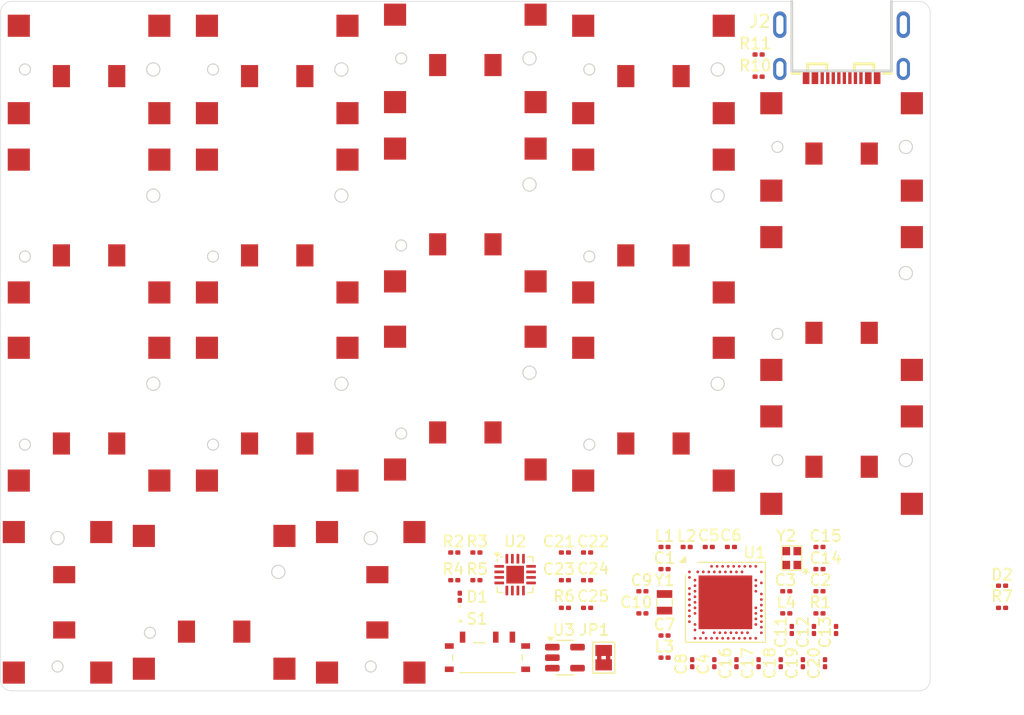
<source format=kicad_pcb>
(kicad_pcb (version 20240108) (generator "pcbnew") (generator_version "8.0")
  (layers (0 "F.Cu" signal) (31 "B.Cu" signal) (34 "B.Paste" user) (35 "F.Paste" user) (36 "B.SilkS" user "B.Silkscreen") (37 "F.SilkS" user "F.Silkscreen") (38 "B.Mask" user) (39 "F.Mask" user) (44 "Edge.Cuts" user))
  (net 0 "")
  (net 1 "Net-(U1-DEC1)")
  (net 2 "SGND")
  (net 3 "Net-(U1-DEC3)")
  (net 4 "Net-(U1-DEC5)")
  (net 5 "Net-(U1-DECUSB)")
  (net 6 "Net-(U1-DEC4)")
  (net 7 "VDDH")
  (net 8 "VBUS")
  (net 9 "Net-(U1-XL1{slash}P0.00)")
  (net 10 "Net-(U1-XL2{slash}P0.01)")
  (net 11 "VSS_PA")
  (net 12 "Net-(U1-ANT)")
  (net 13 "Net-(U2-TS)")
  (net 15 "Net-(U1-XC1)")
  (net 16 "Net-(U1-XC2)")
  (net 17 "VDD_NRF")
  (net 18 "PSWITCH")
  (net 20 "Net-(D1-K)")
  (net 21 "BLED")
  (net 22 "D+")
  (net 23 "D-")
  (net 24 "Net-(J2-CC2)")
  (net 26 "Net-(J2-CC1)")
  (net 28 "Net-(U1-DCC)")
  (net 29 "Net-(U1-DCCH)")
  (net 30 "Net-(JP1-A)")
  (net 31 "POWER_PIN")
  (net 33 "VBAT")
  (net 35 "FGND")
  (net 53 "RESET")
  (net 55 "111")
  (net 56 "011")
  (net 57 "102")
  (net 59 "100")
  (net 60 "115")
  (net 61 "101")
  (net 63 "029")
  (net 65 "010")
  (net 66 "024")
  (net 68 "009")
  (net 69 "107")
  (net 72 "026")
  (net 76 "020")
  (net 77 "RXD")
  (net 80 "113")
  (net 81 "031")
  (net 83 "022")
  (net 85 "104")
  (net 86 "012")
  (net 89 "017")
  (net 91 "002")
  (net 94 "TXD")
  (net 95 "106")
  (net 96 "SWD")
  (net 97 "SWC")
  (net 99 "EXT_VCC")
  (net 101 "Net-(D1-A)")
  (net 102 "Net-(D2-K)")
  (net 103 "Net-(JP1-B)")
  (net 104 "Net-(L1-Pad1)")
  (net 105 "VFF_NRF")
  (net 106 "Net-(C12-Pad2)")
  (net 107 "ANTENNA")
  (footprint "Capacitor_SMD:C_0201_0603Metric" (layer "F.Cu") (at 95.5 81.5 90)
    (property "Reference" "C13" (at -0.2 -1 270) (layer "F.SilkS"))
    (property "Value" "1.5pF")
    (pad "1" smd roundrect (at -0.32 0 90) (size 0.46 0.4) (layers "F.Cu" "F.Mask") (net 2 "SGND"))
    (pad "2" smd roundrect (at 0.32 0 90) (size 0.46 0.4) (layers "F.Cu" "F.Mask") (net 107 "ANTENNA"))
  )
  (footprint "custom_footprints:CPG1316S01D02" (layer "F.Cu") (at 28 45)
    (property "Reference" "SW6" (hide yes))
    (property "Value" "PG1316S" (hide yes))
    (fp_circle (center -5.8 2.75) (end -5.3 2.75) (stroke (width 0.1)) (fill none) (layer "Edge.Cuts"))
    (fp_circle (center 5.8 -2.75) (end 6.4 -2.75) (stroke (width 0.1)) (fill none) (layer "Edge.Cuts"))
    (pad "1" smd rect (at -2.5 2.65) (size 1.55 2) (layers "F.Cu" "F.Paste" "F.Mask"))
    (pad "2" smd rect (at 2.5 2.65) (size 1.55 2) (layers "F.Cu" "F.Paste" "F.Mask") (net 2 "SGND"))
    (pad "3" smd rect (at -6.35 -6) (size 2 2) (layers "F.Cu" "F.Paste" "F.Mask") (net 35 "FGND"))
    (pad "3" smd rect (at -6.35 6) (size 2 2) (layers "F.Cu" "F.Paste" "F.Mask") (net 35 "FGND"))
    (pad "3" smd rect (at 6.35 -6) (size 2 2) (layers "F.Cu" "F.Paste" "F.Mask") (net 35 "FGND"))
    (pad "3" smd rect (at 6.35 6) (size 2 2) (layers "F.Cu" "F.Paste" "F.Mask") (net 35 "FGND"))
  )
  (footprint "Capacitor_SMD:C_0201_0603Metric" (layer "F.Cu") (at 94 76)
    (property "Reference" "C14" (at -1 -1 0) (layer "F.SilkS") (effects (justify left)))
    (property "Value" "12pF")
    (pad "1" smd roundrect (at -0.32 0) (size 0.46 0.4) (layers "F.Cu" "F.Mask") (net 15 "Net-(U1-XC1)"))
    (pad "2" smd roundrect (at 0.32 0) (size 0.46 0.4) (layers "F.Cu" "F.Mask") (net 2 "SGND"))
  )
  (footprint "Capacitor_SMD:C_0201_0603Metric" (layer "F.Cu") (at 86.5 84.5 -90)
    (property "Reference" "C16" (at 0 1 90) (layer "F.SilkS"))
    (property "Value" "1uF")
    (pad "1" smd roundrect (at -0.32 0 270) (size 0.46 0.4) (layers "F.Cu" "F.Mask") (net 17 "VDD_NRF"))
    (pad "2" smd roundrect (at 0.32 0 270) (size 0.46 0.4) (layers "F.Cu" "F.Mask") (net 2 "SGND"))
  )
  (footprint "custom_footprints:CPG1316M01D02" (layer "F.Cu") (at 45 30.85)
    (property "Reference" "SW2" (hide yes))
    (property "Value" "PG1316M" (hide yes))
    (fp_circle (center -5.8 0) (end -5.3 0) (stroke (width 0.1)) (fill none) (layer "Edge.Cuts"))
    (fp_circle (center 5.8 0) (end 6.4 0) (stroke (width 0.1)) (fill none) (layer "Edge.Cuts"))
    (pad "1" smd rect (at -2.5 0.6) (size 1.55 2) (layers "F.Cu" "F.Paste" "F.Mask"))
    (pad "2" smd rect (at 2.5 0.6) (size 1.55 2) (layers "F.Cu" "F.Paste" "F.Mask") (net 2 "SGND"))
    (pad "3" smd rect (at -6.35 -3.95) (size 2 2) (layers "F.Cu" "F.Paste" "F.Mask") (net 35 "FGND"))
    (pad "3" smd rect (at -6.35 3.95) (size 2 2) (layers "F.Cu" "F.Paste" "F.Mask") (net 35 "FGND"))
    (pad "3" smd rect (at 6.35 -3.95) (size 2 2) (layers "F.Cu" "F.Paste" "F.Mask") (net 35 "FGND"))
    (pad "3" smd rect (at 6.35 3.95) (size 2 2) (layers "F.Cu" "F.Paste" "F.Mask") (net 35 "FGND"))
  )
  (footprint "LED_SMD:LED_0201_0603Metric" (layer "F.Cu") (at 110.5 77.5)
    (property "Reference" "D2" (at 0 -1 0) (layer "F.SilkS"))
    (property "Value" "BLUE")
    (pad "1" smd roundrect (at -0.32 0) (size 0.46 0.4) (layers "F.Cu" "F.Mask") (net 102 "Net-(D2-K)"))
    (pad "2" smd roundrect (at 0.32 0) (size 0.46 0.4) (layers "F.Cu" "F.Mask") (net 21 "BLED"))
  )
  (footprint "Capacitor_SMD:C_0201_0603Metric" (layer "F.Cu") (at 93.5 81.5 90)
    (property "Reference" "C12" (at -0.2 -1 270) (layer "F.SilkS"))
    (property "Value" "1pF")
    (pad "1" smd roundrect (at -0.32 0 90) (size 0.46 0.4) (layers "F.Cu" "F.Mask") (net 2 "SGND"))
    (pad "2" smd roundrect (at 0.32 0 90) (size 0.46 0.4) (layers "F.Cu" "F.Mask") (net 106 "Net-(C12-Pad2)"))
  )
  (footprint "Capacitor_SMD:C_0201_0603Metric" (layer "F.Cu") (at 80 76)
    (property "Reference" "C1" (at 0 -1 0) (layer "F.SilkS"))
    (property "Value" "100nF")
    (pad "1" smd roundrect (at -0.32 0) (size 0.46 0.4) (layers "F.Cu" "F.Mask") (net 2 "SGND"))
    (pad "2" smd roundrect (at 0.32 0) (size 0.46 0.4) (layers "F.Cu" "F.Mask") (net 1 "Net-(U1-DEC1)"))
  )
  (footprint "Inductor_SMD:L_0201_0603Metric" (layer "F.Cu") (at 80 74 180)
    (property "Reference" "L1" (at 0 1 0) (layer "F.SilkS"))
    (property "Value" "10uH")
    (pad "1" smd roundrect (at -0.32 0 180) (size 0.46 0.4) (layers "F.Cu" "F.Mask") (net 104 "Net-(L1-Pad1)"))
    (pad "2" smd roundrect (at 0.32 0 180) (size 0.46 0.4) (layers "F.Cu" "F.Mask") (net 28 "Net-(U1-DCC)"))
  )
  (footprint "custom_footprints:CPG1316S01D02" (layer "F.Cu") (at 62 44)
    (property "Reference" "SW8" (hide yes))
    (property "Value" "PG1316S" (hide yes))
    (fp_circle (center -5.8 2.75) (end -5.3 2.75) (stroke (width 0.1)) (fill none) (layer "Edge.Cuts"))
    (fp_circle (center 5.8 -2.75) (end 6.4 -2.75) (stroke (width 0.1)) (fill none) (layer "Edge.Cuts"))
    (pad "1" smd rect (at -2.5 2.65) (size 1.55 2) (layers "F.Cu" "F.Paste" "F.Mask"))
    (pad "2" smd rect (at 2.5 2.65) (size 1.55 2) (layers "F.Cu" "F.Paste" "F.Mask") (net 2 "SGND"))
    (pad "3" smd rect (at -6.35 -6) (size 2 2) (layers "F.Cu" "F.Paste" "F.Mask") (net 35 "FGND"))
    (pad "3" smd rect (at -6.35 6) (size 2 2) (layers "F.Cu" "F.Paste" "F.Mask") (net 35 "FGND"))
    (pad "3" smd rect (at 6.35 -6) (size 2 2) (layers "F.Cu" "F.Paste" "F.Mask") (net 35 "FGND"))
    (pad "3" smd rect (at 6.35 6) (size 2 2) (layers "F.Cu" "F.Paste" "F.Mask") (net 35 "FGND"))
  )
  (footprint "Capacitor_SMD:C_0201_0603Metric" (layer "F.Cu") (at 91.5 81.5 90)
    (property "Reference" "C11" (at -0.2 -1 90) (layer "F.SilkS"))
    (property "Value" "1pF")
    (pad "1" smd roundrect (at -0.32 0 90) (size 0.46 0.4) (layers "F.Cu" "F.Mask") (net 11 "VSS_PA"))
    (pad "2" smd roundrect (at 0.32 0 90) (size 0.46 0.4) (layers "F.Cu" "F.Mask") (net 12 "Net-(U1-ANT)"))
  )
  (footprint "Capacitor_SMD:C_0201_0603Metric" (layer "F.Cu") (at 92.5 84.5 -90)
    (property "Reference" "C19" (at 0 1 90) (layer "F.SilkS"))
    (property "Value" "100nF")
    (pad "1" smd roundrect (at -0.32 0 270) (size 0.46 0.4) (layers "F.Cu" "F.Mask") (net 17 "VDD_NRF"))
    (pad "2" smd roundrect (at 0.32 0 270) (size 0.46 0.4) (layers "F.Cu" "F.Mask") (net 2 "SGND"))
  )
  (footprint "custom_footprints:CPG1316M01D02" (layer "F.Cu") (at 53.45 79 90)
    (property "Reference" "SW18" (hide yes))
    (property "Value" "PG1316M" (hide yes))
    (fp_circle (center 5.8 0) (end 6.4 0) (stroke (width 0.1)) (fill none) (layer "Edge.Cuts"))
    (fp_circle (center -5.8 0) (end -5.3 0) (stroke (width 0.1)) (fill none) (layer "Edge.Cuts"))
    (pad "1" smd rect (at -2.5 0.6 90) (size 1.55 2) (layers "F.Cu" "F.Paste" "F.Mask"))
    (pad "2" smd rect (at 2.5 0.6 90) (size 1.55 2) (layers "F.Cu" "F.Paste" "F.Mask") (net 2 "SGND"))
    (pad "3" smd rect (at -6.35 -3.95 90) (size 2 2) (layers "F.Cu" "F.Paste" "F.Mask") (net 35 "FGND"))
    (pad "3" smd rect (at -6.35 3.95 90) (size 2 2) (layers "F.Cu" "F.Paste" "F.Mask") (net 35 "FGND"))
    (pad "3" smd rect (at 6.35 -3.95 90) (size 2 2) (layers "F.Cu" "F.Paste" "F.Mask") (net 35 "FGND"))
    (pad "3" smd rect (at 6.35 3.95 90) (size 2 2) (layers "F.Cu" "F.Paste" "F.Mask") (net 35 "FGND"))
  )
  (footprint "LED_SMD:LED_0201_0603Metric" (layer "F.Cu") (at 61.5 78.5 90)
    (property "Reference" "D1" (at 0 0.5 0) (layer "F.SilkS") (effects (justify left)))
    (property "Value" "RED")
    (pad "1" smd roundrect (at -0.32 0 90) (size 0.46 0.4) (layers "F.Cu" "F.Mask") (net 20 "Net-(D1-K)"))
    (pad "2" smd roundrect (at 0.32 0 90) (size 0.46 0.4) (layers "F.Cu" "F.Mask") (net 101 "Net-(D1-A)"))
  )
  (footprint "Capacitor_SMD:C_0201_0603Metric" (layer "F.Cu") (at 78 78 180)
    (property "Reference" "C9" (at -1 1 0) (layer "F.SilkS") (effects (justify right)))
    (property "Value" "12pF")
    (pad "1" smd roundrect (at -0.32 0 180) (size 0.46 0.4) (layers "F.Cu" "F.Mask") (net 9 "Net-(U1-XL1{slash}P0.00)"))
    (pad "2" smd roundrect (at 0.32 0 180) (size 0.46 0.4) (layers "F.Cu" "F.Mask") (net 2 "SGND"))
  )
  (footprint "Resistor_SMD:R_0201_0603Metric" (layer "F.Cu") (at 61 77 180)
    (property "Reference" "R4" (at -1 1 0) (layer "F.SilkS") (effects (justify right)))
    (property "Value" "10k")
    (pad "1" smd roundrect (at -0.32 0 180) (size 0.46 0.4) (layers "F.Cu" "F.Mask") (net 13 "Net-(U2-TS)"))
    (pad "2" smd roundrect (at 0.32 0 180) (size 0.46 0.4) (layers "F.Cu" "F.Mask") (net 2 "SGND"))
  )
  (footprint "Resistor_SMD:R_0201_0603Metric" (layer "F.Cu") (at 63 77)
    (property "Reference" "R5" (at -1 -1 0) (layer "F.SilkS") (effects (justify left)))
    (property "Value" "10k")
    (pad "1" smd roundrect (at -0.32 0) (size 0.46 0.4) (layers "F.Cu" "F.Mask") (net 101 "Net-(D1-A)"))
    (pad "2" smd roundrect (at 0.32 0) (size 0.46 0.4) (layers "F.Cu" "F.Mask") (net 7 "VDDH"))
  )
  (footprint "Capacitor_SMD:C_0201_0603Metric" (layer "F.Cu") (at 84.5 84.5 90)
    (property "Reference" "C4" (at 1 -1 90) (layer "F.SilkS") (effects (justify right)))
    (property "Value" "4.7uF")
    (pad "1" smd roundrect (at -0.32 0 90) (size 0.46 0.4) (layers "F.Cu" "F.Mask") (net 2 "SGND"))
    (pad "2" smd roundrect (at 0.32 0 90) (size 0.46 0.4) (layers "F.Cu" "F.Mask") (net 5 "Net-(U1-DECUSB)"))
  )
  (footprint "custom_footprints:C168688" (layer "F.Cu") (at 96 29.201 180)
    (property "Reference" "J2" (at 7.4 2.701 0) (layer "F.SilkS") (effects (font (size 1.143 1.143) (thickness 0.152))))
    (property "Value" "C168688" (hide yes))
    (fp_line (start 4.499 4.501) (end 4.499 -1.78) (stroke (width 0.254)) (layer "Edge.Cuts"))
    (fp_line (start 4.499 -1.78) (end -4.5 -1.78) (stroke (width 0.254)) (layer "Edge.Cuts"))
    (fp_line (start -4.5 -1.78) (end -4.5 4.501) (stroke (width 0.254)) (layer "Edge.Cuts"))
    (pad "13" thru_hole oval (at 5.58 -1.605 180) (size 1.2 2) (drill oval 0.65 1.4) (layers "*.Cu" "*.Paste" "*.Mask"))
    (pad "14" thru_hole oval (at 5.58 2.395 180) (size 1.2 2.4) (drill oval 0.65 1.7) (layers "*.Cu" "*.Paste" "*.Mask"))
    (pad "15" thru_hole oval (at -5.58 2.395 180) (size 1.2 2.4) (drill oval 0.65 1.7) (layers "*.Cu" "*.Paste" "*.Mask"))
    (pad "16" thru_hole oval (at -5.58 -1.605 180) (size 1.2 2) (drill oval 0.65 1.4) (layers "*.Cu" "*.Paste" "*.Mask"))
    (pad "A5" smd rect (at -1.25 -2.395 180) (size 0.3 1.15) (layers "F.Cu" "F.Paste" "F.Mask") (net 26 "Net-(J2-CC1)"))
    (pad "A6" smd rect (at -0.25 -2.395 180) (size 0.3 1.15) (layers "F.Cu" "F.Paste" "F.Mask") (net 22 "D+"))
    (pad "A7" smd rect (at 0.25 -2.393 180) (size 0.3 1.15) (layers "F.Cu" "F.Paste" "F.Mask") (net 23 "D-"))
    (pad "A8" smd rect (at 1.25 -2.395 180) (size 0.3 1.15) (layers "F.Cu" "F.Paste" "F.Mask"))
    (pad "A9B4" smd rect (at 2.41 -2.395 180) (size 0.6 1.15) (layers "F.Cu" "F.Paste" "F.Mask"))
    (pad "A12B1" smd rect (at 3.21 -2.395 180) (size 0.6 1.15) (layers "F.Cu" "F.Paste" "F.Mask"))
    (pad "B5" smd rect (at 1.75 -2.395 180) (size 0.3 1.15) (layers "F.Cu" "F.Paste" "F.Mask") (net 24 "Net-(J2-CC2)"))
    (pad "B6" smd rect (at 0.75 -2.395 180) (size 0.3 1.15) (layers "F.Cu" "F.Paste" "F.Mask") (net 22 "D+"))
    (pad "B7" smd rect (at -0.75 -2.393 180) (size 0.3 1.15) (layers "F.Cu" "F.Paste" "F.Mask") (net 23 "D-"))
    (pad "B8" smd rect (at -1.75 -2.395 180) (size 0.3 1.15) (layers "F.Cu" "F.Paste" "F.Mask"))
    (pad "B9A4" smd rect (at -2.41 -2.395) (size 0.6 1.15) (layers "F.Cu" "F.Paste" "F.Mask"))
    (pad "B12A1" smd rect (at -3.21 -2.395) (size 0.6 1.15) (layers "F.Cu" "F.Paste" "F.Mask"))
  )
  (footprint "custom_footprints:CPG1316S01D02" (layer "F.Cu") (at 45 45)
    (property "Reference" "SW7" (hide yes))
    (property "Value" "PG1316S" (hide yes))
    (fp_circle (center -5.8 2.75) (end -5.3 2.75) (stroke (width 0.1)) (fill none) (layer "Edge.Cuts"))
    (fp_circle (center 5.8 -2.75) (end 6.4 -2.75) (stroke (width 0.1)) (fill none) (layer "Edge.Cuts"))
    (pad "1" smd rect (at -2.5 2.65) (size 1.55 2) (layers "F.Cu" "F.Paste" "F.Mask"))
    (pad "2" smd rect (at 2.5 2.65) (size 1.55 2) (layers "F.Cu" "F.Paste" "F.Mask") (net 2 "SGND"))
    (pad "3" smd rect (at -6.35 -6) (size 2 2) (layers "F.Cu" "F.Paste" "F.Mask") (net 35 "FGND"))
    (pad "3" smd rect (at -6.35 6) (size 2 2) (layers "F.Cu" "F.Paste" "F.Mask") (net 35 "FGND"))
    (pad "3" smd rect (at 6.35 -6) (size 2 2) (layers "F.Cu" "F.Paste" "F.Mask") (net 35 "FGND"))
    (pad "3" smd rect (at 6.35 6) (size 2 2) (layers "F.Cu" "F.Paste" "F.Mask") (net 35 "FGND"))
  )
  (footprint "Capacitor_SMD:C_0201_0603Metric" (layer "F.Cu") (at 71 77)
    (property "Reference" "C23" (at 1 -1 0) (layer "F.SilkS") (effects (justify right)))
    (property "Value" "4.7uF")
    (pad "1" smd roundrect (at -0.32 0) (size 0.46 0.4) (layers "F.Cu" "F.Mask") (net 2 "SGND"))
    (pad "2" smd roundrect (at 0.32 0) (size 0.46 0.4) (layers "F.Cu" "F.Mask") (net 7 "VDDH"))
  )
  (footprint "Inductor_SMD:L_0201_0603Metric" (layer "F.Cu") (at 82 74 180)
    (property "Reference" "L2" (at 0 1 0) (layer "F.SilkS"))
    (property "Value" "15nH")
    (pad "1" smd roundrect (at -0.32 0 180) (size 0.46 0.4) (layers "F.Cu" "F.Mask") (net 6 "Net-(U1-DEC4)"))
    (pad "2" smd roundrect (at 0.32 0 180) (size 0.46 0.4) (layers "F.Cu" "F.Mask") (net 104 "Net-(L1-Pad1)"))
  )
  (footprint "Capacitor_SMD:C_0201_0603Metric" (layer "F.Cu") (at 94 74 180)
    (property "Reference" "C15" (at 1 1 0) (layer "F.SilkS") (effects (justify left)))
    (property "Value" "12pF")
    (pad "1" smd roundrect (at -0.32 0 180) (size 0.46 0.4) (layers "F.Cu" "F.Mask") (net 16 "Net-(U1-XC2)"))
    (pad "2" smd roundrect (at 0.32 0 180) (size 0.46 0.4) (layers "F.Cu" "F.Mask") (net 2 "SGND"))
  )
  (footprint "Package_DFN_QFN:Nordic_AQFN-73-1EP_7x7mm_P0.5mm" (layer "F.Cu") (at 85.5 79)
    (property "Reference" "U1" (at 3.75 -4.5 0) (layer "F.SilkS") (effects (justify right)))
    (property "Value" "nRF52840")
    (pad "A8" smd circle (at -1.25 -3.25 180) (size 0.25 0.25) (property pad_prop_bga) (layers "F.Cu" "F.Paste" "F.Mask") (net 81 "031"))
    (pad "A10" smd circle (at -0.75 -3.25 180) (size 0.25 0.25) (property pad_prop_bga) (layers "F.Cu" "F.Paste" "F.Mask") (net 63 "029"))
    (pad "A12" smd circle (at -0.25 -3.25 180) (size 0.25 0.25) (property pad_prop_bga) (layers "F.Cu" "F.Paste" "F.Mask") (net 91 "002"))
    (pad "A14" smd circle (at 0.25 -3.25 180) (size 0.25 0.25) (property pad_prop_bga) (layers "F.Cu" "F.Paste" "F.Mask") (net 60 "115"))
    (pad "A16" smd circle (at 0.75 -3.25 180) (size 0.25 0.25) (property pad_prop_bga) (layers "F.Cu" "F.Paste" "F.Mask") (net 80 "113"))
    (pad "A18" smd circle (at 1.25 -3.25 180) (size 0.25 0.25) (property pad_prop_bga) (layers "F.Cu" "F.Paste" "F.Mask"))
    (pad "A20" smd circle (at 1.75 -3.25 180) (size 0.25 0.25) (property pad_prop_bga) (layers "F.Cu" "F.Paste" "F.Mask"))
    (pad "A22" smd circle (at 2.25 -3.25 180) (size 0.25 0.25) (property pad_prop_bga) (layers "F.Cu" "F.Paste" "F.Mask") (net 17 "VDD_NRF"))
    (pad "A23" smd circle (at 2.75 -3.25 180) (size 0.25 0.25) (property pad_prop_bga) (layers "F.Cu" "F.Paste" "F.Mask") (net 16 "Net-(U1-XC2)"))
    (pad "AA24" smd circle (at 3.25 2.25 180) (size 0.25 0.25) (property pad_prop_bga) (layers "F.Cu" "F.Paste" "F.Mask") (net 97 "SWC"))
    (pad "AB2" smd circle (at -2.75 2.5 180) (size 0.25 0.25) (property pad_prop_bga) (layers "F.Cu" "F.Paste" "F.Mask") (net 29 "Net-(U1-DCCH)"))
    (pad "AC5" smd circle (at -2 2.75 180) (size 0.25 0.25) (property pad_prop_bga) (layers "F.Cu" "F.Paste" "F.Mask") (net 5 "Net-(U1-DECUSB)"))
    (pad "AC9" smd circle (at -1 2.75 180) (size 0.25 0.25) (property pad_prop_bga) (layers "F.Cu" "F.Paste" "F.Mask") (net 53 "RESET"))
    (pad "AC11" smd circle (at -0.5 2.75 180) (size 0.25 0.25) (property pad_prop_bga) (layers "F.Cu" "F.Paste" "F.Mask") (net 53 "RESET"))
    (pad "AC13" smd circle (at 0 2.75 180) (size 0.25 0.25) (property pad_prop_bga) (layers "F.Cu" "F.Paste" "F.Mask") (net 53 "RESET"))
    (pad "AC15" smd circle (at 0.5 2.75 180) (size 0.25 0.25) (property pad_prop_bga) (layers "F.Cu" "F.Paste" "F.Mask"))
    (pad "AC17" smd circle (at 1 2.75 180) (size 0.25 0.25) (property pad_prop_bga) (layers "F.Cu" "F.Paste" "F.Mask"))
    (pad "AC19" smd circle (at 1.5 2.75 180) (size 0.25 0.25) (property pad_prop_bga) (layers "F.Cu" "F.Paste" "F.Mask"))
    (pad "AC21" smd circle (at 2 2.75 180) (size 0.25 0.25) (property pad_prop_bga) (layers "F.Cu" "F.Paste" "F.Mask"))
    (pad "AC24" smd circle (at 3.25 2.75 180) (size 0.25 0.25) (property pad_prop_bga) (layers "F.Cu" "F.Paste" "F.Mask") (net 96 "SWD"))
    (pad "AD2" smd circle (at -2.75 3.25 180) (size 0.25 0.25) (property pad_prop_bga) (layers "F.Cu" "F.Paste" "F.Mask") (net 8 "VBUS"))
    (pad "AD4" smd circle (at -2.25 3.25 180) (size 0.25 0.25) (property pad_prop_bga) (layers "F.Cu" "F.Paste" "F.Mask") (net 23 "D-"))
    (pad "AD6" smd circle (at -1.75 3.25 180) (size 0.25 0.25) (property pad_prop_bga) (layers "F.Cu" "F.Paste" "F.Mask") (net 22 "D+"))
    (pad "AD8" smd circle (at -1.25 3.25 180) (size 0.25 0.25) (property pad_prop_bga) (layers "F.Cu" "F.Paste" "F.Mask") (net 31 "POWER_PIN"))
    (pad "AD10" smd circle (at -0.75 3.25 180) (size 0.25 0.25) (property pad_prop_bga) (layers "F.Cu" "F.Paste" "F.Mask") (net 21 "BLED"))
    (pad "AD12" smd circle (at -0.25 3.25 180) (size 0.25 0.25) (property pad_prop_bga) (layers "F.Cu" "F.Paste" "F.Mask") (net 89 "017"))
    (pad "AD14" smd circle (at 0.25 3.25 180) (size 0.25 0.25) (property pad_prop_bga) (layers "F.Cu" "F.Paste" "F.Mask") (net 17 "VDD_NRF"))
    (pad "AD16" smd circle (at 0.75 3.25 180) (size 0.25 0.25) (property pad_prop_bga) (layers "F.Cu" "F.Paste" "F.Mask") (net 76 "020"))
    (pad "AD18" smd circle (at 1.25 3.25 180) (size 0.25 0.25) (property pad_prop_bga) (layers "F.Cu" "F.Paste" "F.Mask") (net 83 "022"))
    (pad "AD20" smd circle (at 1.75 3.25 180) (size 0.25 0.25) (property pad_prop_bga) (layers "F.Cu" "F.Paste" "F.Mask") (net 66 "024"))
    (pad "AD22" smd circle (at 2.25 3.25 180) (size 0.25 0.25) (property pad_prop_bga) (layers "F.Cu" "F.Paste" "F.Mask") (net 59 "100"))
    (pad "AD23" smd circle (at 2.75 3.25 180) (size 0.25 0.25) (property pad_prop_bga) (layers "F.Cu" "F.Paste" "F.Mask") (net 17 "VDD_NRF"))
    (pad "B1" smd circle (at -3.25 -2.75 180) (size 0.25 0.25) (property pad_prop_bga) (layers "F.Cu" "F.Paste" "F.Mask") (net 17 "VDD_NRF"))
    (pad "B3" smd circle (at -2.5 -2.75 180) (size 0.25 0.25) (property pad_prop_bga) (layers "F.Cu" "F.Paste" "F.Mask") (net 28 "Net-(U1-DCC)"))
    (pad "B5" smd circle (at -2 -2.75 180) (size 0.25 0.25) (property pad_prop_bga) (layers "F.Cu" "F.Paste" "F.Mask") (net 6 "Net-(U1-DEC4)"))
    (pad "B7" smd circle (at -1.5 -2.75 180) (size 0.25 0.25) (property pad_prop_bga) (layers "F.Cu" "F.Paste" "F.Mask") (net 2 "SGND"))
    (pad "B9" smd circle (at -1 -2.75 180) (size 0.25 0.25) (property pad_prop_bga) (layers "F.Cu" "F.Paste" "F.Mask"))
    (pad "B11" smd circle (at -0.5 -2.75 180) (size 0.25 0.25) (property pad_prop_bga) (layers "F.Cu" "F.Paste" "F.Mask"))
    (pad "B13" smd circle (at 0 -2.75 180) (size 0.25 0.25) (property pad_prop_bga) (layers "F.Cu" "F.Paste" "F.Mask"))
    (pad "B15" smd circle (at 0.5 -2.75 180) (size 0.25 0.25) (property pad_prop_bga) (layers "F.Cu" "F.Paste" "F.Mask"))
    (pad "B17" smd circle (at 1 -2.75 180) (size 0.25 0.25) (property pad_prop_bga) (layers "F.Cu" "F.Paste" "F.Mask"))
    (pad "B19" smd circle (at 1.5 -2.75 180) (size 0.25 0.25) (property pad_prop_bga) (layers "F.Cu" "F.Paste" "F.Mask") (net 55 "111"))
    (pad "B24" smd circle (at 3.25 -2.75 180) (size 0.25 0.25) (property pad_prop_bga) (layers "F.Cu" "F.Paste" "F.Mask") (net 15 "Net-(U1-XC1)"))
    (pad "C1" smd circle (at -3.25 -2.25 180) (size 0.25 0.25) (property pad_prop_bga) (layers "F.Cu" "F.Paste" "F.Mask") (net 1 "Net-(U1-DEC1)"))
    (pad "D2" smd circle (at -2.75 -2 180) (size 0.25 0.25) (property pad_prop_bga) (layers "F.Cu" "F.Paste" "F.Mask") (net 9 "Net-(U1-XL1{slash}P0.00)"))
    (pad "D23" smd circle (at 2.75 -2 180) (size 0.25 0.25) (property pad_prop_bga) (layers "F.Cu" "F.Paste" "F.Mask") (net 3 "Net-(U1-DEC3)"))
    (pad "E24" smd circle (at 3.25 -1.75 180) (size 0.25 0.25) (property pad_prop_bga) (layers "F.Cu" "F.Paste" "F.Mask") (net 6 "Net-(U1-DEC4)"))
    (pad "EP" smd rect (at 0 0 180) (size 4.85 4.85) (layers "F.Cu" "F.Mask") (net 2 "SGND"))
    (pad "F2" smd circle (at -2.75 -1.5 180) (size 0.25 0.25) (property pad_prop_bga) (layers "F.Cu" "F.Paste" "F.Mask") (net 10 "Net-(U1-XL2{slash}P0.01)"))
    (pad "F23" smd circle (at 2.75 -1.5 180) (size 0.25 0.25) (property pad_prop_bga) (layers "F.Cu" "F.Paste" "F.Mask") (net 11 "VSS_PA"))
    (pad "G1" smd circle (at -3.25 -1.25 180) (size 0.25 0.25) (property pad_prop_bga) (layers "F.Cu" "F.Paste" "F.Mask") (net 72 "026"))
    (pad "H2" smd circle (at -2.75 -1 180) (size 0.25 0.25) (property pad_prop_bga) (layers "F.Cu" "F.Paste" "F.Mask"))
    (pad "H23" smd circle (at 2.75 -1 180) (size 0.25 0.25) (property pad_prop_bga) (layers "F.Cu" "F.Paste" "F.Mask") (net 12 "Net-(U1-ANT)"))
    (pad "J1" smd circle (at -3.25 -0.75 180) (size 0.25 0.25) (property pad_prop_bga) (layers "F.Cu" "F.Paste" "F.Mask"))
    (pad "J24" smd circle (at 3.25 -0.75 180) (size 0.25 0.25) (property pad_prop_bga) (layers "F.Cu" "F.Paste" "F.Mask") (net 65 "010"))
    (pad "K2" smd circle (at -2.75 -0.5 180) (size 0.25 0.25) (property pad_prop_bga) (layers "F.Cu" "F.Paste" "F.Mask"))
    (pad "L1" smd circle (at -3.25 -0.25 180) (size 0.25 0.25) (property pad_prop_bga) (layers "F.Cu" "F.Paste" "F.Mask") (net 94 "TXD"))
    (pad "L24" smd circle (at 3.25 -0.25 180) (size 0.25 0.25) (property pad_prop_bga) (layers "F.Cu" "F.Paste" "F.Mask") (net 68 "009"))
    (pad "M2" smd circle (at -2.75 0 180) (size 0.25 0.25) (property pad_prop_bga) (layers "F.Cu" "F.Paste" "F.Mask"))
    (pad "N1" smd circle (at -3.25 0.25 180) (size 0.25 0.25) (property pad_prop_bga) (layers "F.Cu" "F.Paste" "F.Mask") (net 77 "RXD"))
    (pad "N24" smd circle (at 3.25 0.25 180) (size 0.25 0.25) (property pad_prop_bga) (layers "F.Cu" "F.Paste" "F.Mask") (net 4 "Net-(U1-DEC5)"))
    (pad "P2" smd circle (at -2.75 0.5 180) (size 0.25 0.25) (property pad_prop_bga) (layers "F.Cu" "F.Paste" "F.Mask"))
    (pad "P23" smd circle (at 2.75 0.5 180) (size 0.25 0.25) (property pad_prop_bga) (layers "F.Cu" "F.Paste" "F.Mask") (net 69 "107"))
    (pad "R1" smd circle (at -3.25 0.75 180) (size 0.25 0.25) (property pad_prop_bga) (layers "F.Cu" "F.Paste" "F.Mask"))
    (pad "R24" smd circle (at 3.25 0.75 180) (size 0.25 0.25) (property pad_prop_bga) (layers "F.Cu" "F.Paste" "F.Mask") (net 95 "106"))
    (pad "T2" smd circle (at -2.75 1 180) (size 0.25 0.25) (property pad_prop_bga) (layers "F.Cu" "F.Paste" "F.Mask") (net 56 "011"))
    (pad "T23" smd circle (at 2.75 1 180) (size 0.25 0.25) (property pad_prop_bga) (layers "F.Cu" "F.Paste" "F.Mask"))
    (pad "U1" smd circle (at -3.25 1.25 180) (size 0.25 0.25) (property pad_prop_bga) (layers "F.Cu" "F.Paste" "F.Mask") (net 86 "012"))
    (pad "U24" smd circle (at 3.25 1.25 180) (size 0.25 0.25) (property pad_prop_bga) (layers "F.Cu" "F.Paste" "F.Mask") (net 85 "104"))
    (pad "V23" smd circle (at 2.75 1.5 180) (size 0.25 0.25) (property pad_prop_bga) (layers "F.Cu" "F.Paste" "F.Mask"))
    (pad "W1" smd circle (at -3.25 1.75 180) (size 0.25 0.25) (property pad_prop_bga) (layers "F.Cu" "F.Paste" "F.Mask") (net 17 "VDD_NRF"))
    (pad "W24" smd circle (at 3.25 1.75 180) (size 0.25 0.25) (property pad_prop_bga) (layers "F.Cu" "F.Paste" "F.Mask") (net 57 "102"))
    (pad "Y2" smd circle (at -2.75 2 180) (size 0.25 0.25) (property pad_prop_bga) (layers "F.Cu" "F.Paste" "F.Mask") (net 7 "VDDH"))
    (pad "Y23" smd circle (at 2.75 2 180) (size 0.25 0.25) (property pad_prop_bga) (layers "F.Cu" "F.Paste" "F.Mask") (net 61 "101"))
  )
  (footprint "custom_footprints:CPG1316M01D02" (layer "F.Cu") (at 62 29.85)
    (property "Reference" "SW3" (hide yes))
    (property "Value" "PG1316M" (hide yes))
    (fp_circle (center -5.8 0) (end -5.3 0) (stroke (width 0.1)) (fill none) (layer "Edge.Cuts"))
    (fp_circle (center 5.8 0) (end 6.4 0) (stroke (width 0.1)) (fill none) (layer "Edge.Cuts"))
    (pad "1" smd rect (at -2.5 0.6) (size 1.55 2) (layers "F.Cu" "F.Paste" "F.Mask"))
    (pad "2" smd rect (at 2.5 0.6) (size 1.55 2) (layers "F.Cu" "F.Paste" "F.Mask") (net 2 "SGND"))
    (pad "3" smd rect (at -6.35 -3.95) (size 2 2) (layers "F.Cu" "F.Paste" "F.Mask") (net 35 "FGND"))
    (pad "3" smd rect (at -6.35 3.95) (size 2 2) (layers "F.Cu" "F.Paste" "F.Mask") (net 35 "FGND"))
    (pad "3" smd rect (at 6.35 -3.95) (size 2 2) (layers "F.Cu" "F.Paste" "F.Mask") (net 35 "FGND"))
    (pad "3" smd rect (at 6.35 3.95) (size 2 2) (layers "F.Cu" "F.Paste" "F.Mask") (net 35 "FGND"))
  )
  (footprint "Capacitor_SMD:C_0201_0603Metric" (layer "F.Cu") (at 80 82)
    (property "Reference" "C7" (at 0 -1 0) (layer "F.SilkS"))
    (property "Value" "4.7uF")
    (pad "1" smd roundrect (at -0.32 0) (size 0.46 0.4) (layers "F.Cu" "F.Mask") (net 2 "SGND"))
    (pad "2" smd roundrect (at 0.32 0) (size 0.46 0.4) (layers "F.Cu" "F.Mask") (net 7 "VDDH"))
  )
  (footprint "Resistor_SMD:R_0201_0603Metric" (layer "F.Cu") (at 61 74.5)
    (property "Reference" "R2" (at 1 -1 0) (layer "F.SilkS") (effects (justify right)))
    (property "Value" "10k")
    (pad "1" smd roundrect (at -0.32 0) (size 0.46 0.4) (layers "F.Cu" "F.Mask") (net 30 "Net-(JP1-A)"))
    (pad "2" smd roundrect (at 0.32 0) (size 0.46 0.4) (layers "F.Cu" "F.Mask") (net 2 "SGND"))
  )
  (footprint "Capacitor_SMD:C_0201_0603Metric" (layer "F.Cu") (at 90.5 84.5 -90)
    (property "Reference" "C18" (at 0 1 90) (layer "F.SilkS"))
    (property "Value" "100nF")
    (pad "1" smd roundrect (at -0.32 0 270) (size 0.46 0.4) (layers "F.Cu" "F.Mask") (net 17 "VDD_NRF"))
    (pad "2" smd roundrect (at 0.32 0 270) (size 0.46 0.4) (layers "F.Cu" "F.Mask") (net 2 "SGND"))
  )
  (footprint "Crystal:Crystal_SMD_3215-2Pin_3.2x1.5mm" (layer "F.Cu") (at 80 79 -90)
    (property "Reference" "Y1" (at -2 0 360) (layer "F.SilkS"))
    (property "Value" "FC-12M")
    (pad "1" smd rect (at 0.75 0 270) (size 0.7 1.4) (layers "F.Cu" "F.Paste" "F.Mask") (net 10 "Net-(U1-XL2{slash}P0.01)"))
    (pad "2" smd rect (at -0.75 0 270) (size 0.7 1.4) (layers "F.Cu" "F.Paste" "F.Mask") (net 9 "Net-(U1-XL1{slash}P0.00)"))
  )
  (footprint "Capacitor_SMD:C_0201_0603Metric" (layer "F.Cu") (at 73 79.5)
    (property "Reference" "C25" (at -1 -1.05 0) (layer "F.SilkS") (effects (justify left)))
    (property "Value" "4.7nF")
    (pad "1" smd roundrect (at -0.32 0) (size 0.46 0.4) (layers "F.Cu" "F.Mask") (net 99 "EXT_VCC"))
    (pad "2" smd roundrect (at 0.32 0) (size 0.46 0.4) (layers "F.Cu" "F.Mask") (net 2 "SGND"))
  )
  (footprint "Resistor_SMD:R_0201_0603Metric" (layer "F.Cu") (at 63 74.5)
    (property "Reference" "R3" (at -1 -1 0) (layer "F.SilkS") (effects (justify left)))
    (property "Value" "2k")
    (pad "1" smd roundrect (at -0.32 0) (size 0.46 0.4) (layers "F.Cu" "F.Mask") (net 2 "SGND"))
    (pad "2" smd roundrect (at 0.32 0) (size 0.46 0.4) (layers "F.Cu" "F.Mask") (net 103 "Net-(JP1-B)"))
  )
  (footprint "custom_footprints:CPG1316M01D02" (layer "F.Cu") (at 25.15 79 90)
    (property "Reference" "SW16" (hide yes))
    (property "Value" "PG1316M" (hide yes))
    (fp_circle (center 5.8 0) (end 6.4 0) (stroke (width 0.1)) (fill none) (layer "Edge.Cuts"))
    (fp_circle (center -5.8 0) (end -5.3 0) (stroke (width 0.1)) (fill none) (layer "Edge.Cuts"))
    (pad "1" smd rect (at -2.5 0.6 90) (size 1.55 2) (layers "F.Cu" "F.Paste" "F.Mask"))
    (pad "2" smd rect (at 2.5 0.6 90) (size 1.55 2) (layers "F.Cu" "F.Paste" "F.Mask") (net 2 "SGND"))
    (pad "3" smd rect (at -6.35 -3.95 90) (size 2 2) (layers "F.Cu" "F.Paste" "F.Mask") (net 35 "FGND"))
    (pad "3" smd rect (at -6.35 3.95 90) (size 2 2) (layers "F.Cu" "F.Paste" "F.Mask") (net 35 "FGND"))
    (pad "3" smd rect (at 6.35 -3.95 90) (size 2 2) (layers "F.Cu" "F.Paste" "F.Mask") (net 35 "FGND"))
    (pad "3" smd rect (at 6.35 3.95 90) (size 2 2) (layers "F.Cu" "F.Paste" "F.Mask") (net 35 "FGND"))
  )
  (footprint "Resistor_SMD:R_0201_0603Metric" (layer "F.Cu") (at 94 80)
    (property "Reference" "R1" (at -1 -1 0) (layer "F.SilkS") (effects (justify left)))
    (property "Value" "0")
    (pad "1" smd roundrect (at -0.32 0) (size 0.46 0.4) (layers "F.Cu" "F.Mask") (net 106 "Net-(C12-Pad2)"))
    (pad "2" smd roundrect (at 0.32 0) (size 0.46 0.4) (layers "F.Cu" "F.Mask") (net 107 "ANTENNA"))
  )
  (footprint "Inductor_SMD:L_0201_0603Metric" (layer "F.Cu") (at 80 84 180)
    (property "Reference" "L3" (at 0 1 360) (layer "F.SilkS"))
    (property "Value" "10uH")
    (pad "1" smd roundrect (at -0.32 0 180) (size 0.46 0.4) (layers "F.Cu" "F.Mask") (net 29 "Net-(U1-DCCH)"))
    (pad "2" smd roundrect (at 0.32 0 180) (size 0.46 0.4) (layers "F.Cu" "F.Mask") (net 105 "VFF_NRF"))
  )
  (footprint "Capacitor_SMD:C_0201_0603Metric" (layer "F.Cu") (at 86 74)
    (property "Reference" "C6" (at 0 -1.05 0) (layer "F.SilkS"))
    (property "Value" "1uF")
    (pad "1" smd roundrect (at -0.32 0) (size 0.46 0.4) (layers "F.Cu" "F.Mask") (net 6 "Net-(U1-DEC4)"))
    (pad "2" smd roundrect (at 0.32 0) (size 0.46 0.4) (layers "F.Cu" "F.Mask") (net 2 "SGND"))
  )
  (footprint "Capacitor_SMD:C_0201_0603Metric" (layer "F.Cu") (at 71 74.5)
    (property "Reference" "C21" (at 1 -1 0) (layer "F.SilkS") (effects (justify right)))
    (property "Value" "1uF")
    (pad "1" smd roundrect (at -0.32 0) (size 0.46 0.4) (layers "F.Cu" "F.Mask") (net 2 "SGND"))
    (pad "2" smd roundrect (at 0.32 0) (size 0.46 0.4) (layers "F.Cu" "F.Mask") (net 8 "VBUS"))
  )
  (footprint "Capacitor_SMD:C_0201_0603Metric" (layer "F.Cu") (at 88.5 84.5 -90)
    (property "Reference" "C17" (at 0 1 90) (layer "F.SilkS"))
    (property "Value" "100nF")
    (pad "1" smd roundrect (at -0.32 0 270) (size 0.46 0.4) (layers "F.Cu" "F.Mask") (net 17 "VDD_NRF"))
    (pad "2" smd roundrect (at 0.32 0 270) (size 0.46 0.4) (layers "F.Cu" "F.Mask") (net 2 "SGND"))
  )
  (footprint "Capacitor_SMD:C_0201_0603Metric" (layer "F.Cu") (at 94 78 180)
    (property "Reference" "C2" (at 1 1 0) (layer "F.SilkS") (effects (justify left)))
    (property "Value" "100pF")
    (pad "1" smd roundrect (at -0.32 0 180) (size 0.46 0.4) (layers "F.Cu" "F.Mask") (net 2 "SGND"))
    (pad "2" smd roundrect (at 0.32 0 180) (size 0.46 0.4) (layers "F.Cu" "F.Mask") (net 3 "Net-(U1-DEC3)"))
  )
  (footprint "custom_footprints:CPG1316S01D02" (layer "F.Cu") (at 39.3 79)
    (property "Reference" "SW17" (hide yes))
    (property "Value" "PG1316S" (hide yes))
    (fp_circle (center -5.8 2.75) (end -5.3 2.75) (stroke (width 0.1)) (fill none) (layer "Edge.Cuts"))
    (fp_circle (center 5.8 -2.75) (end 6.4 -2.75) (stroke (width 0.1)) (fill none) (layer "Edge.Cuts"))
    (pad "1" smd rect (at -2.5 2.65) (size 1.55 2) (layers "F.Cu" "F.Paste" "F.Mask"))
    (pad "2" smd rect (at 2.5 2.65) (size 1.55 2) (layers "F.Cu" "F.Paste" "F.Mask") (net 2 "SGND"))
    (pad "3" smd rect (at -6.35 -6) (size 2 2) (layers "F.Cu" "F.Paste" "F.Mask") (net 35 "FGND"))
    (pad "3" smd rect (at -6.35 6) (size 2 2) (layers "F.Cu" "F.Paste" "F.Mask") (net 35 "FGND"))
    (pad "3" smd rect (at 6.35 -6) (size 2 2) (layers "F.Cu" "F.Paste" "F.Mask") (net 35 "FGND"))
    (pad "3" smd rect (at 6.35 6) (size 2 2) (layers "F.Cu" "F.Paste" "F.Mask") (net 35 "FGND"))
  )
  (footprint "custom_footprints:XRCGB32M000F1H01R0" (layer "F.Cu") (at 91.5 75 180)
    (property "Reference" "Y2" (at -0.5 2 0) (layer "F.SilkS") (effects (justify right)))
    (property "Value" "23MHz XRCGB32M000F1H50R0")
    (fp_text user "*" (at -1.28105 -0.875 180) (layer "F.SilkS"))
    (pad "1" smd rect (at -0.5 -0.625 180) (size 0.7 0.75) (layers "F.Cu" "F.Paste" "F.Mask") (net 15 "Net-(U1-XC1)"))
    (pad "2" smd rect (at -0.5 0.625 180) (size 0.7 0.75) (layers "F.Cu" "F.Paste" "F.Mask") (net 2 "SGND"))
    (pad "3" smd rect (at 0.5 0.625 180) (size 0.7 0.75) (layers "F.Cu" "F.Paste" "F.Mask") (net 16 "Net-(U1-XC2)"))
    (pad "4" smd rect (at 0.5 -0.625 180) (size 0.7 0.75) (layers "F.Cu" "F.Paste" "F.Mask"))
  )
  (footprint "custom_footprints:CPG1316S01D02" (layer "F.Cu") (at 79 62)
    (property "Reference" "SW14" (hide yes))
    (property "Value" "PG1316S" (hide yes))
    (fp_circle (center -5.8 2.75) (end -5.3 2.75) (stroke (width 0.1)) (fill none) (layer "Edge.Cuts"))
    (fp_circle (center 5.8 -2.75) (end 6.4 -2.75) (stroke (width 0.1)) (fill none) (layer "Edge.Cuts"))
    (pad "1" smd rect (at -2.5 2.65) (size 1.55 2) (layers "F.Cu" "F.Paste" "F.Mask"))
    (pad "2" smd rect (at 2.5 2.65) (size 1.55 2) (layers "F.Cu" "F.Paste" "F.Mask") (net 2 "SGND"))
    (pad "3" smd rect (at -6.35 -6) (size 2 2) (layers "F.Cu" "F.Paste" "F.Mask") (net 35 "FGND"))
    (pad "3" smd rect (at -6.35 6) (size 2 2) (layers "F.Cu" "F.Paste" "F.Mask") (net 35 "FGND"))
    (pad "3" smd rect (at 6.35 -6) (size 2 2) (layers "F.Cu" "F.Paste" "F.Mask") (net 35 "FGND"))
    (pad "3" smd rect (at 6.35 6) (size 2 2) (layers "F.Cu" "F.Paste" "F.Mask") (net 35 "FGND"))
  )
  (footprint "custom_footprints:MSK12C02" (layer "F.Cu") (at 64 84)
    (property "Reference" "S1" (at -2 -3.5 0) (layer "F.SilkS") (effects (justify left)))
    (property "Value" "MSK12C02" (hide yes))
    (pad "" np_thru_hole circle (at -1.5 0) (size 0.85 0.85) (drill 0.85) (layers "*.Cu" "*.Mask"))
    (pad "" np_thru_hole circle (at 1.5 0) (size 0.85 0.85) (drill 0.85) (layers "*.Cu" "*.Mask"))
    (pad "A1" smd rect (at -2.25 -1.85) (size 0.5 1) (layers "F.Cu" "F.Paste" "F.Mask"))
    (pad "B1" smd rect (at 0.75 -1.85) (size 0.5 1) (layers "F.Cu" "F.Paste" "F.Mask") (net 33 "VBAT"))
    (pad "C1" smd rect (at 2.25 -1.85) (size 0.5 1) (layers "F.Cu" "F.Paste" "F.Mask") (net 18 "PSWITCH"))
    (pad "MP1" smd rect (at 3.45 -1.05 90) (size 0.5 0.8) (layers "F.Cu" "F.Paste" "F.Mask") (net 2 "SGND"))
    (pad "MP2" smd rect (at 3.45 1.05 90) (size 0.5 0.8) (layers "F.Cu" "F.Paste" "F.Mask") (net 2 "SGND"))
    (pad "MP3" smd rect (at -3.45 1.05 90) (size 0.5 0.8) (layers "F.Cu" "F.Paste" "F.Mask") (net 2 "SGND"))
    (pad "MP4" smd rect (at -3.45 -1.05 90) (size 0.5 0.8) (layers "F.Cu" "F.Paste" "F.Mask") (net 2 "SGND"))
  )
  (footprint "custom_footprints:CPG1316M01D02" (layer "F.Cu") (at 79 30.85)
    (property "Reference" "SW4" (hide yes))
    (property "Value" "PG1316M" (hide yes))
    (fp_circle (center -5.8 0) (end -5.3 0) (stroke (width 0.1)) (fill none) (layer "Edge.Cuts"))
    (fp_circle (center 5.8 0) (end 6.4 0) (stroke (width 0.1)) (fill none) (layer "Edge.Cuts"))
    (pad "1" smd rect (at -2.5 0.6) (size 1.55 2) (layers "F.Cu" "F.Paste" "F.Mask"))
    (pad "2" smd rect (at 2.5 0.6) (size 1.55 2) (layers "F.Cu" "F.Paste" "F.Mask") (net 2 "SGND"))
    (pad "3" smd rect (at -6.35 -3.95) (size 2 2) (layers "F.Cu" "F.Paste" "F.Mask") (net 35 "FGND"))
    (pad "3" smd rect (at -6.35 3.95) (size 2 2) (layers "F.Cu" "F.Paste" "F.Mask") (net 35 "FGND"))
    (pad "3" smd rect (at 6.35 -3.95) (size 2 2) (layers "F.Cu" "F.Paste" "F.Mask") (net 35 "FGND"))
    (pad "3" smd rect (at 6.35 3.95) (size 2 2) (layers "F.Cu" "F.Paste" "F.Mask") (net 35 "FGND"))
  )
  (footprint "Capacitor_SMD:C_0201_0603Metric" (layer "F.Cu") (at 73 77)
    (property "Reference" "C24" (at -1 -1.05 0) (layer "F.SilkS") (effects (justify left)))
    (property "Value" "10uF")
    (pad "1" smd roundrect (at -0.32 0) (size 0.46 0.4) (layers "F.Cu" "F.Mask") (net 2 "SGND"))
    (pad "2" smd roundrect (at 0.32 0) (size 0.46 0.4) (layers "F.Cu" "F.Mask") (net 7 "VDDH"))
  )
  (footprint "Capacitor_SMD:C_0201_0603Metric" (layer "F.Cu") (at 91 78 180)
    (property "Reference" "C3" (at -1 1 0) (layer "F.SilkS") (effects (justify right)))
    (property "Value" "820pF")
    (pad "1" smd roundrect (at -0.32 0 180) (size 0.46 0.4) (layers "F.Cu" "F.Mask") (net 2 "SGND"))
    (pad "2" smd roundrect (at 0.32 0 180) (size 0.46 0.4) (layers "F.Cu" "F.Mask") (net 4 "Net-(U1-DEC5)"))
  )
  (footprint "Package_TO_SOT_SMD:SOT-23-5" (layer "F.Cu") (at 71 84)
    (property "Reference" "U3" (at 1 -2.5 0) (layer "F.SilkS") (effects (justify right)))
    (property "Value" "XC6220B331MR")
    (pad "1" smd roundrect (at -1.1375 -0.95) (size 1.325 0.6) (layers "F.Cu" "F.Paste" "F.Mask") (net 7 "VDDH"))
    (pad "2" smd roundrect (at -1.1375 0) (size 1.325 0.6) (layers "F.Cu" "F.Paste" "F.Mask") (net 2 "SGND"))
    (pad "3" smd roundrect (at -1.1375 0.95) (size 1.325 0.6) (layers "F.Cu" "F.Paste" "F.Mask") (net 31 "POWER_PIN"))
    (pad "4" smd roundrect (at 1.1375 0.95) (size 1.325 0.6) (layers "F.Cu" "F.Paste" "F.Mask"))
    (pad "5" smd roundrect (at 1.1375 -0.95) (size 1.325 0.6) (layers "F.Cu" "F.Paste" "F.Mask") (net 99 "EXT_VCC"))
  )
  (footprint "custom_footprints:CPG1316S01D02" (layer "F.Cu") (at 96 52)
    (property "Reference" "SW10" (hide yes))
    (property "Value" "PG1316S" (hide yes))
    (fp_circle (center -5.8 2.75) (end -5.3 2.75) (stroke (width 0.1)) (fill none) (layer "Edge.Cuts"))
    (fp_circle (center 5.8 -2.75) (end 6.4 -2.75) (stroke (width 0.1)) (fill none) (layer "Edge.Cuts"))
    (pad "1" smd rect (at -2.5 2.65) (size 1.55 2) (layers "F.Cu" "F.Paste" "F.Mask"))
    (pad "2" smd rect (at 2.5 2.65) (size 1.55 2) (layers "F.Cu" "F.Paste" "F.Mask") (net 2 "SGND"))
    (pad "3" smd rect (at -6.35 -6) (size 2 2) (layers "F.Cu" "F.Paste" "F.Mask") (net 35 "FGND"))
    (pad "3" smd rect (at -6.35 6) (size 2 2) (layers "F.Cu" "F.Paste" "F.Mask") (net 35 "FGND"))
    (pad "3" smd rect (at 6.35 -6) (size 2 2) (layers "F.Cu" "F.Paste" "F.Mask") (net 35 "FGND"))
    (pad "3" smd rect (at 6.35 6) (size 2 2) (layers "F.Cu" "F.Paste" "F.Mask") (net 35 "FGND"))
  )
  (footprint "Capacitor_SMD:C_0201_0603Metric" (layer "F.Cu") (at 82.5 84.5 90)
    (property "Reference" "C8" (at 1 -1 90) (layer "F.SilkS") (effects (justify right)))
    (property "Value" "4.7uF")
    (pad "1" smd roundrect (at -0.32 0 90) (size 0.46 0.4) (layers "F.Cu" "F.Mask") (net 2 "SGND"))
    (pad "2" smd roundrect (at 0.32 0 90) (size 0.46 0.4) (layers "F.Cu" "F.Mask") (net 8 "VBUS"))
  )
  (footprint "Resistor_SMD:R_0201_0603Metric" (layer "F.Cu") (at 88.5 31.5)
    (property "Reference" "R10" (at -0.3 -1 0) (layer "F.SilkS"))
    (property "Value" "5.1k")
    (pad "1" smd roundrect (at -0.32 0) (size 0.46 0.4) (layers "F.Cu" "F.Mask") (net 26 "Net-(J2-CC1)"))
    (pad "2" smd roundrect (at 0.32 0) (size 0.46 0.4) (layers "F.Cu" "F.Mask") (net 2 "SGND"))
  )
  (footprint "custom_footprints:CPG1316S01D02" (layer "F.Cu") (at 62 61)
    (property "Reference" "SW13" (hide yes))
    (property "Value" "PG1316S" (hide yes))
    (fp_circle (center -5.8 2.75) (end -5.3 2.75) (stroke (width 0.1)) (fill none) (layer "Edge.Cuts"))
    (fp_circle (center 5.8 -2.75) (end 6.4 -2.75) (stroke (width 0.1)) (fill none) (layer "Edge.Cuts"))
    (pad "1" smd rect (at -2.5 2.65) (size 1.55 2) (layers "F.Cu" "F.Paste" "F.Mask"))
    (pad "2" smd rect (at 2.5 2.65) (size 1.55 2) (layers "F.Cu" "F.Paste" "F.Mask") (net 2 "SGND"))
    (pad "3" smd rect (at -6.35 -6) (size 2 2) (layers "F.Cu" "F.Paste" "F.Mask") (net 35 "FGND"))
    (pad "3" smd rect (at -6.35 6) (size 2 2) (layers "F.Cu" "F.Paste" "F.Mask") (net 35 "FGND"))
    (pad "3" smd rect (at 6.35 -6) (size 2 2) (layers "F.Cu" "F.Paste" "F.Mask") (net 35 "FGND"))
    (pad "3" smd rect (at 6.35 6) (size 2 2) (layers "F.Cu" "F.Paste" "F.Mask") (net 35 "FGND"))
  )
  (footprint "custom_footprints:CPG1316S01D02" (layer "F.Cu") (at 45 62)
    (property "Reference" "SW12" (hide yes))
    (property "Value" "PG1316S" (hide yes))
    (fp_circle (center -5.8 2.75) (end -5.3 2.75) (stroke (width 0.1)) (fill none) (layer "Edge.Cuts"))
    (fp_circle (center 5.8 -2.75) (end 6.4 -2.75) (stroke (width 0.1)) (fill none) (layer "Edge.Cuts"))
    (pad "1" smd rect (at -2.5 2.65) (size 1.55 2) (layers "F.Cu" "F.Paste" "F.Mask"))
    (pad "2" smd rect (at 2.5 2.65) (size 1.55 2) (layers "F.Cu" "F.Paste" "F.Mask") (net 2 "SGND"))
    (pad "3" smd rect (at -6.35 -6) (size 2 2) (layers "F.Cu" "F.Paste" "F.Mask") (net 35 "FGND"))
    (pad "3" smd rect (at -6.35 6) (size 2 2) (layers "F.Cu" "F.Paste" "F.Mask") (net 35 "FGND"))
    (pad "3" smd rect (at 6.35 -6) (size 2 2) (layers "F.Cu" "F.Paste" "F.Mask") (net 35 "FGND"))
    (pad "3" smd rect (at 6.35 6) (size 2 2) (layers "F.Cu" "F.Paste" "F.Mask") (net 35 "FGND"))
  )
  (footprint "Package_DFN_QFN:VQFN-16-1EP_3x3mm_P0.5mm_EP1.6x1.6mm" (layer "F.Cu") (at 66.5 76.5)
    (property "Reference" "U2" (at 0 -3 0) (layer "F.SilkS"))
    (property "Value" "BQ24075RGT")
    (pad "1" smd roundrect (at -1.4375 -0.75) (size 0.875 0.25) (layers "F.Cu" "F.Paste" "F.Mask") (net 13 "Net-(U2-TS)"))
    (pad "2" smd roundrect (at -1.4375 -0.25) (size 0.875 0.25) (layers "F.Cu" "F.Paste" "F.Mask") (net 18 "PSWITCH"))
    (pad "3" smd roundrect (at -1.4375 0.25) (size 0.875 0.25) (layers "F.Cu" "F.Paste" "F.Mask") (net 18 "PSWITCH"))
    (pad "4" smd roundrect (at -1.4375 0.75) (size 0.875 0.25) (layers "F.Cu" "F.Paste" "F.Mask") (net 2 "SGND"))
    (pad "5" smd roundrect (at -0.75 1.4375) (size 0.25 0.875) (layers "F.Cu" "F.Paste" "F.Mask") (net 2 "SGND"))
    (pad "6" smd roundrect (at -0.25 1.4375) (size 0.25 0.875) (layers "F.Cu" "F.Paste" "F.Mask") (net 7 "VDDH"))
    (pad "7" smd roundrect (at 0.25 1.4375) (size 0.25 0.875) (layers "F.Cu" "F.Paste" "F.Mask"))
    (pad "8" smd roundrect (at 0.75 1.4375) (size 0.25 0.875) (layers "F.Cu" "F.Paste" "F.Mask") (net 2 "SGND"))
    (pad "9" smd roundrect (at 1.4375 0.75) (size 0.875 0.25) (layers "F.Cu" "F.Paste" "F.Mask") (net 20 "Net-(D1-K)"))
    (pad "10" smd roundrect (at 1.4375 0.25) (size 0.875 0.25) (layers "F.Cu" "F.Paste" "F.Mask") (net 7 "VDDH"))
    (pad "11" smd roundrect (at 1.4375 -0.25) (size 0.875 0.25) (layers "F.Cu" "F.Paste" "F.Mask") (net 7 "VDDH"))
    (pad "12" smd roundrect (at 1.4375 -0.75) (size 0.875 0.25) (layers "F.Cu" "F.Paste" "F.Mask"))
    (pad "13" smd roundrect (at 0.75 -1.4375) (size 0.25 0.875) (layers "F.Cu" "F.Paste" "F.Mask") (net 8 "VBUS"))
    (pad "14" smd roundrect (at 0.25 -1.4375) (size 0.25 0.875) (layers "F.Cu" "F.Paste" "F.Mask"))
    (pad "15" smd roundrect (at -0.25 -1.4375) (size 0.25 0.875) (layers "F.Cu" "F.Paste" "F.Mask") (net 2 "SGND"))
    (pad "16" smd roundrect (at -0.75 -1.4375) (size 0.25 0.875) (layers "F.Cu" "F.Paste" "F.Mask") (net 30 "Net-(JP1-A)"))
    (pad "17" smd rect (at 0 0) (size 1.6 1.6) (property pad_prop_heatsink) (layers "F.Cu" "F.Mask") (net 2 "SGND"))
  )
  (footprint "Resistor_SMD:R_0201_0603Metric" (layer "F.Cu") (at 110.5 79.5)
    (property "Reference" "R7" (at 0 -1.05 0) (layer "F.SilkS"))
    (property "Value" "1k")
    (pad "1" smd roundrect (at -0.32 0) (size 0.46 0.4) (layers "F.Cu" "F.Mask") (net 102 "Net-(D2-K)"))
    (pad "2" smd roundrect (at 0.32 0) (size 0.46 0.4) (layers "F.Cu" "F.Mask") (net 2 "SGND"))
  )
  (footprint "Inductor_SMD:L_0201_0603Metric" (layer "F.Cu") (at 91 80)
    (property "Reference" "L4" (at 1 -1 0) (layer "F.SilkS") (effects (justify right)))
    (property "Value" "3.9nH")
    (pad "1" smd roundrect (at -0.32 0) (size 0.46 0.4) (layers "F.Cu" "F.Mask") (net 12 "Net-(U1-ANT)"))
    (pad "2" smd roundrect (at 0.32 0) (size 0.46 0.4) (layers "F.Cu" "F.Mask") (net 106 "Net-(C12-Pad2)"))
  )
  (footprint "custom_footprints:CPG1316M01D02" (layer "F.Cu") (at 96 66.15)
    (property "Reference" "SW15" (hide yes))
    (property "Value" "PG1316M" (hide yes))
    (fp_circle (center -5.8 0) (end -5.3 0) (stroke (width 0.1)) (fill none) (layer "Edge.Cuts"))
    (fp_circle (center 5.8 0) (end 6.4 0) (stroke (width 0.1)) (fill none) (layer "Edge.Cuts"))
    (pad "1" smd rect (at -2.5 0.6) (size 1.55 2) (layers "F.Cu" "F.Paste" "F.Mask"))
    (pad "2" smd rect (at 2.5 0.6) (size 1.55 2) (layers "F.Cu" "F.Paste" "F.Mask") (net 2 "SGND"))
    (pad "3" smd rect (at -6.35 -3.95) (size 2 2) (layers "F.Cu" "F.Paste" "F.Mask") (net 35 "FGND"))
    (pad "3" smd rect (at -6.35 3.95) (size 2 2) (layers "F.Cu" "F.Paste" "F.Mask") (net 35 "FGND"))
    (pad "3" smd rect (at 6.35 -3.95) (size 2 2) (layers "F.Cu" "F.Paste" "F.Mask") (net 35 "FGND"))
    (pad "3" smd rect (at 6.35 3.95) (size 2 2) (layers "F.Cu" "F.Paste" "F.Mask") (net 35 "FGND"))
  )
  (footprint "Capacitor_SMD:C_0201_0603Metric" (layer "F.Cu") (at 73 74.5 180)
    (property "Reference" "C22" (at 1 1 0) (layer "F.SilkS") (effects (justify left)))
    (property "Value" "4.7uF")
    (pad "1" smd roundrect (at -0.32 0 180) (size 0.46 0.4) (layers "F.Cu" "F.Mask") (net 18 "PSWITCH"))
    (pad "2" smd roundrect (at 0.32 0 180) (size 0.46 0.4) (layers "F.Cu" "F.Mask") (net 2 "SGND"))
  )
  (footprint "Resistor_SMD:R_0201_0603Metric" (layer "F.Cu") (at 88.5 29.5)
    (property "Reference" "R11" (at -0.3 -1 0) (layer "F.SilkS"))
    (property "Value" "5.1k")
    (pad "1" smd roundrect (at -0.32 0) (size 0.46 0.4) (layers "F.Cu" "F.Mask") (net 24 "Net-(J2-CC2)"))
    (pad "2" smd roundrect (at 0.32 0) (size 0.46 0.4) (layers "F.Cu" "F.Mask") (net 2 "SGND"))
  )
  (footprint "Capacitor_SMD:C_0201_0603Metric" (layer "F.Cu") (at 94.5 84.5 -90)
    (property "Reference" "C20" (at 0 1 90) (layer "F.SilkS"))
    (property "Value" "4.7uF")
    (pad "1" smd roundrect (at -0.32 0 270) (size 0.46 0.4) (layers "F.Cu" "F.Mask") (net 17 "VDD_NRF"))
    (pad "2" smd roundrect (at 0.32 0 270) (size 0.46 0.4) (layers "F.Cu" "F.Mask") (net 2 "SGND"))
  )
  (footprint "custom_footprints:CPG1316S01D02" (layer "F.Cu") (at 28 62)
    (property "Reference" "SW11" (hide yes))
    (property "Value" "PG1316S" (hide yes))
    (fp_circle (center -5.8 2.75) (end -5.3 2.75) (stroke (width 0.1)) (fill none) (layer "Edge.Cuts"))
    (fp_circle (center 5.8 -2.75) (end 6.4 -2.75) (stroke (width 0.1)) (fill none) (layer "Edge.Cuts"))
    (pad "1" smd rect (at -2.5 2.65) (size 1.55 2) (layers "F.Cu" "F.Paste" "F.Mask"))
    (pad "2" smd rect (at 2.5 2.65) (size 1.55 2) (layers "F.Cu" "F.Paste" "F.Mask") (net 2 "SGND"))
    (pad "3" smd rect (at -6.35 -6) (size 2 2) (layers "F.Cu" "F.Paste" "F.Mask") (net 35 "FGND"))
    (pad "3" smd rect (at -6.35 6) (size 2 2) (layers "F.Cu" "F.Paste" "F.Mask") (net 35 "FGND"))
    (pad "3" smd rect (at 6.35 -6) (size 2 2) (layers "F.Cu" "F.Paste" "F.Mask") (net 35 "FGND"))
    (pad "3" smd rect (at 6.35 6) (size 2 2) (layers "F.Cu" "F.Paste" "F.Mask") (net 35 "FGND"))
  )
  (footprint "Jumper:SolderJumper-2_P1.3mm_Bridged2Bar_Pad1.0x1.5mm" (layer "F.Cu") (at 74.5 84 90)
    (property "Reference" "JP1" (at 2.5 -2.3 180) (layer "F.SilkS") (effects (justify left)))
    (property "Value" "Charge Boost")
    (fp_poly (pts (xy -0.25 -0.6) (xy 0.25 -0.6) (xy 0.25 -0.2) (xy -0.25 -0.2)) (fill solid) (layer "F.Cu"))
    (fp_poly (pts (xy -0.25 0.2) (xy 0.25 0.2) (xy 0.25 0.6) (xy -0.25 0.6)) (fill solid) (layer "F.Cu"))
    (pad "1" smd rect (at -0.65 0 90) (size 1 1.5) (layers "F.Cu" "F.Mask") (net 30 "Net-(JP1-A)"))
    (pad "2" smd rect (at 0.65 0 90) (size 1 1.5) (layers "F.Cu" "F.Mask") (net 103 "Net-(JP1-B)"))
  )
  (footprint "custom_footprints:CPG1316M01D02" (layer "F.Cu") (at 28 30.85)
    (property "Reference" "SW1" (hide yes))
    (property "Value" "PG1316M" (hide yes))
    (fp_circle (center -5.8 0) (end -5.3 0) (stroke (width 0.1)) (fill none) (layer "Edge.Cuts"))
    (fp_circle (center 5.8 0) (end 6.4 0) (stroke (width 0.1)) (fill none) (layer "Edge.Cuts"))
    (pad "1" smd rect (at -2.5 0.6) (size 1.55 2) (layers "F.Cu" "F.Paste" "F.Mask"))
    (pad "2" smd rect (at 2.5 0.6) (size 1.55 2) (layers "F.Cu" "F.Paste" "F.Mask") (net 2 "SGND"))
    (pad "3" smd rect (at -6.35 -3.95) (size 2 2) (layers "F.Cu" "F.Paste" "F.Mask") (net 35 "FGND"))
    (pad "3" smd rect (at -6.35 3.95) (size 2 2) (layers "F.Cu" "F.Paste" "F.Mask") (net 35 "FGND"))
    (pad "3" smd rect (at 6.35 -3.95) (size 2 2) (layers "F.Cu" "F.Paste" "F.Mask") (net 35 "FGND"))
    (pad "3" smd rect (at 6.35 3.95) (size 2 2) (layers "F.Cu" "F.Paste" "F.Mask") (net 35 "FGND"))
  )
  (footprint "Capacitor_SMD:C_0201_0603Metric" (layer "F.Cu") (at 84 74)
    (property "Reference" "C5" (at 0 -1.05 360) (layer "F.SilkS"))
    (property "Value" "47nF")
    (pad "1" smd roundrect (at -0.32 0) (size 0.46 0.4) (layers "F.Cu" "F.Mask") (net 6 "Net-(U1-DEC4)"))
    (pad "2" smd roundrect (at 0.32 0) (size 0.46 0.4) (layers "F.Cu" "F.Mask") (net 2 "SGND"))
  )
  (footprint "Capacitor_SMD:C_0201_0603Metric" (layer "F.Cu") (at 78 80 180)
    (property "Reference" "C10" (at -1 1 0) (layer "F.SilkS") (effects (justify right)))
    (property "Value" "12pF")
    (pad "1" smd roundrect (at -0.32 0 180) (size 0.46 0.4) (layers "F.Cu" "F.Mask") (net 10 "Net-(U1-XL2{slash}P0.01)"))
    (pad "2" smd roundrect (at 0.32 0 180) (size 0.46 0.4) (layers "F.Cu" "F.Mask") (net 2 "SGND"))
  )
  (footprint "Resistor_SMD:R_0201_0603Metric" (layer "F.Cu") (at 71 79.5)
    (property "Reference" "R6" (at 1 -1.05 0) (layer "F.SilkS") (effects (justify right)))
    (property "Value" "10M")
    (pad "1" smd roundrect (at -0.32 0) (size 0.46 0.4) (layers "F.Cu" "F.Mask") (net 7 "VDDH"))
    (pad "2" smd roundrect (at 0.32 0) (size 0.46 0.4) (layers "F.Cu" "F.Mask") (net 31 "POWER_PIN"))
  )
  (footprint "custom_footprints:CPG1316M01D02" (layer "F.Cu") (at 96 37.85)
    (property "Reference" "SW5" (hide yes))
    (property "Value" "PG1316M" (hide yes))
    (fp_circle (center -5.8 0) (end -5.3 0) (stroke (width 0.1)) (fill none) (layer "Edge.Cuts"))
    (fp_circle (center 5.8 0) (end 6.4 0) (stroke (width 0.1)) (fill none) (layer "Edge.Cuts"))
    (pad "1" smd rect (at -2.5 0.6) (size 1.55 2) (layers "F.Cu" "F.Paste" "F.Mask"))
    (pad "2" smd rect (at 2.5 0.6) (size 1.55 2) (layers "F.Cu" "F.Paste" "F.Mask") (net 2 "SGND"))
    (pad "3" smd rect (at -6.35 -3.95) (size 2 2) (layers "F.Cu" "F.Paste" "F.Mask") (net 35 "FGND"))
    (pad "3" smd rect (at -6.35 3.95) (size 2 2) (layers "F.Cu" "F.Paste" "F.Mask") (net 35 "FGND"))
    (pad "3" smd rect (at 6.35 -3.95) (size 2 2) (layers "F.Cu" "F.Paste" "F.Mask") (net 35 "FGND"))
    (pad "3" smd rect (at 6.35 3.95) (size 2 2) (layers "F.Cu" "F.Paste" "F.Mask") (net 35 "FGND"))
  )
  (footprint "custom_footprints:CPG1316S01D02" (layer "F.Cu") (at 79 45)
    (property "Reference" "SW9" (hide yes))
    (property "Value" "PG1316S" (hide yes))
    (fp_circle (center -5.8 2.75) (end -5.3 2.75) (stroke (width 0.1)) (fill none) (layer "Edge.Cuts"))
    (fp_circle (center 5.8 -2.75) (end 6.4 -2.75) (stroke (width 0.1)) (fill none) (layer "Edge.Cuts"))
    (pad "1" smd rect (at -2.5 2.65) (size 1.55 2) (layers "F.Cu" "F.Paste" "F.Mask"))
    (pad "2" smd rect (at 2.5 2.65) (size 1.55 2) (layers "F.Cu" "F.Paste" "F.Mask") (net 2 "SGND"))
    (pad "3" smd rect (at -6.35 -6) (size 2 2) (layers "F.Cu" "F.Paste" "F.Mask") (net 35 "FGND"))
    (pad "3" smd rect (at -6.35 6) (size 2 2) (layers "F.Cu" "F.Paste" "F.Mask") (net 35 "FGND"))
    (pad "3" smd rect (at 6.35 -6) (size 2 2) (layers "F.Cu" "F.Paste" "F.Mask") (net 35 "FGND"))
    (pad "3" smd rect (at 6.35 6) (size 2 2) (layers "F.Cu" "F.Paste" "F.Mask") (net 35 "FGND"))
  )
  (gr_line (start 103 87) (end 21 87) (stroke (width 0.05)) (layer "Edge.Cuts"))
  (gr_line (start 104 25.7) (end 104 86) (stroke (width 0.05)) (layer "Edge.Cuts"))
  (gr_arc (start 20 25.7) (mid 20.292893 24.992893) (end 21 24.7) (stroke (width 0.05)) (layer "Edge.Cuts"))
  (gr_line (start 20 86) (end 20 25.7) (stroke (width 0.05)) (layer "Edge.Cuts"))
  (gr_arc (start 21 87) (mid 20.292893 86.707107) (end 20 86) (stroke (width 0.05)) (layer "Edge.Cuts"))
  (gr_arc (start 104 86) (mid 103.707107 86.707107) (end 103 87) (stroke (width 0.05)) (layer "Edge.Cuts"))
  (gr_arc (start 103 24.7) (mid 103.707107 24.992893) (end 104 25.7) (stroke (width 0.05)) (layer "Edge.Cuts"))
  (gr_line (start 21 24.7) (end 91.501 24.7) (stroke (width 0.05)) (layer "Edge.Cuts"))
  (gr_line (start 100.5 24.7) (end 103 24.7) (stroke (width 0.05)) (layer "Edge.Cuts"))
)
</source>
